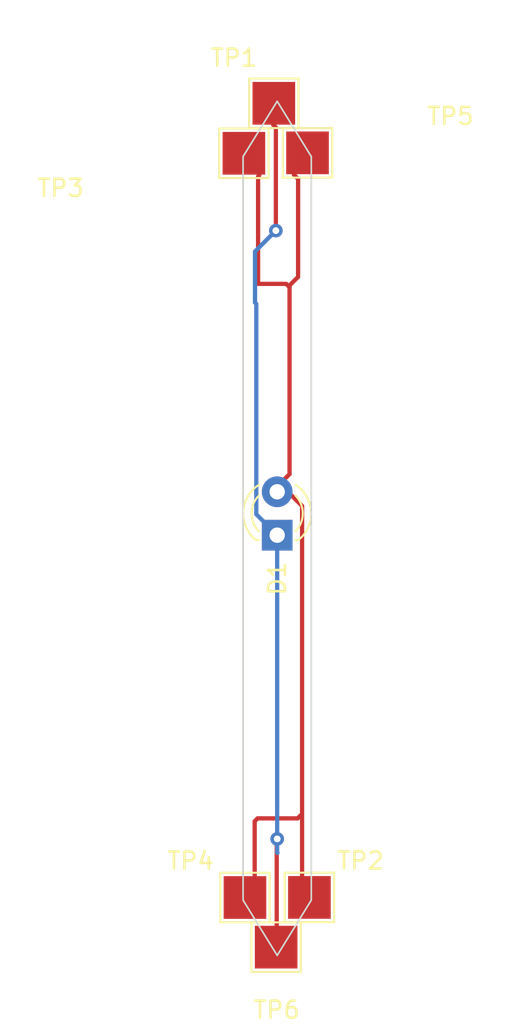
<source format=kicad_pcb>
(kicad_pcb (version 20211014) (generator pcbnew)
  (layers (0 "F.Cu" signal) (31 "B.Cu" signal) (34 "B.Paste" user) (35 "F.Paste" user) (36 "B.SilkS" user "B.Silkscreen") (37 "F.SilkS" user "F.Silkscreen") (38 "B.Mask" user) (39 "F.Mask" user) (44 "Edge.Cuts" user))
  (net 0 "")
  (net 1 "GND")
  (net 2 "+5V")
  (footprint "TestPoint:TestPoint_Pad_2.5x2.5mm" (layer "F.Cu") (at 164.449343 140.584605)
    (fp_text reference "TP2" (at 3.000797 -2.148) (layer "F.SilkS"))
    (fp_text value "TestPoint")
    (fp_line (start -1.45 1.45) (end -1.45 -1.45) (layer "F.SilkS") (width 0.12))
    (fp_line (start 1.45 -1.45) (end 1.45 1.45) (layer "F.SilkS") (width 0.12))
    (fp_line (start -1.45 -1.45) (end 1.45 -1.45) (layer "F.SilkS") (width 0.12))
    (fp_line (start 1.45 1.45) (end -1.45 1.45) (layer "F.SilkS") (width 0.12))
    (pad "1" smd rect (at 0 0) (size 2.5 2.5) (layers "F.Cu" "F.Mask") (net 2 "+5V"))
  )
  (footprint "TestPoint:TestPoint_Pad_2.5x2.5mm" (layer "F.Cu") (at 164.338205 96.999489)
    (fp_text reference "TP5" (at 8.381795 -2.148) (layer "F.SilkS"))
    (fp_text value "TestPoint")
    (fp_line (start -1.45 1.45) (end -1.45 -1.45) (layer "F.SilkS") (width 0.12))
    (fp_line (start -1.45 -1.45) (end 1.45 -1.45) (layer "F.SilkS") (width 0.12))
    (fp_line (start 1.45 -1.45) (end 1.45 1.45) (layer "F.SilkS") (width 0.12))
    (fp_line (start 1.45 1.45) (end -1.45 1.45) (layer "F.SilkS") (width 0.12))
    (pad "1" smd rect (at 0 0) (size 2.5 2.5) (layers "F.Cu" "F.Mask") (net 2 "+5V"))
  )
  (footprint "LED_THT:LED_D3.0mm" (layer "F.Cu") (at 162.56 119.38 90)
    (fp_text reference "D1" (at -2.54 0 90) (layer "F.SilkS"))
    (fp_text value "LED")
    (fp_line (start -0.29 1.08) (end -0.29 1.236) (layer "F.SilkS") (width 0.12))
    (fp_line (start -0.29 -1.236) (end -0.29 -1.08) (layer "F.SilkS") (width 0.12))
    (fp_arc (start 2.942335 1.078608) (mid 1.366487 1.987659) (end -0.29 1.235516) (layer "F.SilkS") (width 0.12))
    (fp_arc (start 0.229039 -1.08) (mid 1.270117 -1.5) (end 2.31113 -1.079837) (layer "F.SilkS") (width 0.12))
    (fp_arc (start 2.31113 1.079837) (mid 1.270117 1.5) (end 0.229039 1.08) (layer "F.SilkS") (width 0.12))
    (fp_arc (start -0.29 -1.235516) (mid 1.366487 -1.987659) (end 2.942335 -1.078608) (layer "F.SilkS") (width 0.12))
    (pad "1" thru_hole rect (at 0 0 90) (size 1.8 1.8) (drill 0.9) (layers *.Cu *.Mask) (net 1 "GND"))
    (pad "2" thru_hole circle (at 2.54 0 90) (size 1.8 1.8) (drill 0.9) (layers *.Cu *.Mask) (net 2 "+5V"))
  )
  (footprint "TestPoint:TestPoint_Pad_2.5x2.5mm" (layer "F.Cu") (at 162.499378 143.494854)
    (fp_text reference "TP6" (at 0.027453 3.675156) (layer "F.SilkS"))
    (fp_text value "TestPoint")
    (fp_line (start 1.45 -1.45) (end 1.45 1.45) (layer "F.SilkS") (width 0.12))
    (fp_line (start -1.45 1.45) (end -1.45 -1.45) (layer "F.SilkS") (width 0.12))
    (fp_line (start 1.45 1.45) (end -1.45 1.45) (layer "F.SilkS") (width 0.12))
    (fp_line (start -1.45 -1.45) (end 1.45 -1.45) (layer "F.SilkS") (width 0.12))
    (pad "1" smd rect (at 0 0) (size 2.5 2.5) (layers "F.Cu" "F.Mask") (net 1 "GND"))
  )
  (footprint "TestPoint:TestPoint_Pad_2.5x2.5mm" (layer "F.Cu") (at 160.607668 97.023872)
    (fp_text reference "TP3" (at -10.747668 2.036128) (layer "F.SilkS"))
    (fp_text value "TestPoint")
    (fp_line (start 1.45 -1.45) (end 1.45 1.45) (layer "F.SilkS") (width 0.12))
    (fp_line (start -1.45 1.45) (end -1.45 -1.45) (layer "F.SilkS") (width 0.12))
    (fp_line (start -1.45 -1.45) (end 1.45 -1.45) (layer "F.SilkS") (width 0.12))
    (fp_line (start 1.45 1.45) (end -1.45 1.45) (layer "F.SilkS") (width 0.12))
    (pad "1" smd rect (at 0 0) (size 2.5 2.5) (layers "F.Cu" "F.Mask") (net 2 "+5V"))
  )
  (footprint "TestPoint:TestPoint_Pad_2.5x2.5mm" (layer "F.Cu") (at 160.671667 140.590193)
    (fp_text reference "TP4" (at -3.191667 -2.148) (layer "F.SilkS"))
    (fp_text value "TestPoint")
    (fp_line (start -1.45 -1.45) (end 1.45 -1.45) (layer "F.SilkS") (width 0.12))
    (fp_line (start -1.45 1.45) (end -1.45 -1.45) (layer "F.SilkS") (width 0.12))
    (fp_line (start 1.45 -1.45) (end 1.45 1.45) (layer "F.SilkS") (width 0.12))
    (fp_line (start 1.45 1.45) (end -1.45 1.45) (layer "F.SilkS") (width 0.12))
    (pad "1" smd rect (at 0 0) (size 2.5 2.5) (layers "F.Cu" "F.Mask") (net 2 "+5V"))
  )
  (footprint "TestPoint:TestPoint_Pad_2.5x2.5mm" (layer "F.Cu") (at 162.363215 94.09796)
    (fp_text reference "TP1" (at -2.343215 -2.65796) (layer "F.SilkS"))
    (fp_text value "TestPoint")
    (fp_line (start 1.45 -1.45) (end 1.45 1.45) (layer "F.SilkS") (width 0.12))
    (fp_line (start 1.45 1.45) (end -1.45 1.45) (layer "F.SilkS") (width 0.12))
    (fp_line (start -1.45 -1.45) (end 1.45 -1.45) (layer "F.SilkS") (width 0.12))
    (fp_line (start -1.45 1.45) (end -1.45 -1.45) (layer "F.SilkS") (width 0.12))
    (pad "1" smd rect (at 0 0) (size 2.5 2.5) (layers "F.Cu" "F.Mask") (net 1 "GND"))
  )
  (gr_line (start 160.56 97.216068) (end 160.56 140.743932) (layer "Edge.Cuts") (width 0.1))
  (gr_line (start 164.56 140.743932) (end 164.56 97.216068) (layer "Edge.Cuts") (width 0.1))
  (gr_line (start 160.56 140.743932) (end 162.56 143.98) (layer "Edge.Cuts") (width 0.1))
  (gr_line (start 162.56 93.98) (end 164.56 97.216068) (layer "Edge.Cuts") (width 0.1))
  (gr_line (start 162.56 93.98) (end 160.56 97.216068) (layer "Edge.Cuts") (width 0.1))
  (gr_line (start 162.56 143.98) (end 164.56 140.743932) (layer "Edge.Cuts") (width 0.1))
  (segment (start 162.56 137.16) (end 162.532547 137.187453) (width 0.25) (layer "F.Cu") (net 1))
  (segment (start 162.532547 137.187453) (end 162.532547 143.644844) (width 0.25) (layer "F.Cu") (net 1))
  (segment (start 162.482335 95.507955) (end 162.323444 95.349064) (width 0.25) (layer "F.Cu") (net 1))
  (segment (start 162.482335 101.551411) (end 162.482335 95.507955) (width 0.25) (layer "F.Cu") (net 1))
  (via (at 162.56 137.16) (size 0.8) (drill 0.4) (layers "F.Cu" "B.Cu") (net 1))
  (via (at 162.482335 101.551411) (size 0.8) (drill 0.4) (layers "F.Cu" "B.Cu") (net 1))
  (segment (start 161.260474 102.773272) (end 162.482335 101.551411) (width 0.25) (layer "B.Cu") (net 1))
  (segment (start 161.260474 105.764724) (end 161.260474 102.773272) (width 0.25) (layer "B.Cu") (net 1))
  (segment (start 162.56 137.16) (end 162.56 137.963695) (width 0.25) (layer "B.Cu") (net 1))
  (segment (start 162.56 119.38) (end 162.56 137.16) (width 0.25) (layer "B.Cu") (net 1))
  (segment (start 162.56 119.38) (end 161.335489 118.155489) (width 0.25) (layer "B.Cu") (net 1))
  (segment (start 162.56 137.963695) (end 162.577583 137.981278) (width 0.25) (layer "B.Cu") (net 1))
  (segment (start 161.335489 118.155489) (end 161.335489 105.839739) (width 0.25) (layer "B.Cu") (net 1))
  (segment (start 161.335489 105.839739) (end 161.260474 105.764724) (width 0.25) (layer "B.Cu") (net 1))
  (segment (start 162.56 119.38) (end 161.835489 120.104511) (width 0.25) (layer "B.Cu") (net 1))
  (segment (start 163.284511 115.803274) (end 163.284511 104.864511) (width 0.25) (layer "F.Cu") (net 2))
  (segment (start 163.284511 104.864511) (end 163.088387 104.668387) (width 0.25) (layer "F.Cu") (net 2))
  (segment (start 161.239878 136.126633) (end 161.239878 139.286618) (width 0.25) (layer "F.Cu") (net 2))
  (segment (start 163.188339 116.84) (end 164.020664 117.672325) (width 0.25) (layer "F.Cu") (net 2))
  (segment (start 162.56 116.84) (end 163.188339 116.84) (width 0.25) (layer "F.Cu") (net 2))
  (segment (start 163.761899 135.958101) (end 161.40841 135.958101) (width 0.25) (layer "F.Cu") (net 2))
  (segment (start 161.441647 104.668387) (end 161.441647 98.38353) (width 0.25) (layer "F.Cu") (net 2))
  (segment (start 164.020664 117.672325) (end 164.020664 135.699336) (width 0.25) (layer "F.Cu") (net 2))
  (segment (start 163.284511 104.864511) (end 163.284511 104.761366) (width 0.25) (layer "F.Cu") (net 2))
  (segment (start 163.088387 104.668387) (end 161.441647 104.668387) (width 0.25) (layer "F.Cu") (net 2))
  (segment (start 161.40841 135.958101) (end 161.239878 136.126633) (width 0.25) (layer "F.Cu") (net 2))
  (segment (start 161.441647 98.38353) (end 161.511869 98.313308) (width 0.25) (layer "F.Cu") (net 2))
  (segment (start 163.787515 104.258362) (end 163.787515 98.528256) (width 0.25) (layer "F.Cu") (net 2))
  (segment (start 162.56 116.527785) (end 163.284511 115.803274) (width 0.25) (layer "F.Cu") (net 2))
  (segment (start 163.284511 104.761366) (end 163.787515 104.258362) (width 0.25) (layer "F.Cu") (net 2))
  (segment (start 164.020664 135.699336) (end 164.020664 139.413017) (width 0.25) (layer "F.Cu") (net 2))
  (segment (start 164.020664 135.699336) (end 163.761899 135.958101) (width 0.25) (layer "F.Cu") (net 2))
  (segment (start 163.787515 98.528256) (end 163.534717 98.275458) (width 0.25) (layer "F.Cu") (net 2))
  (segment (start 162.56 116.84) (end 162.56 116.527785) (width 0.25) (layer "F.Cu") (net 2))
)
</source>
